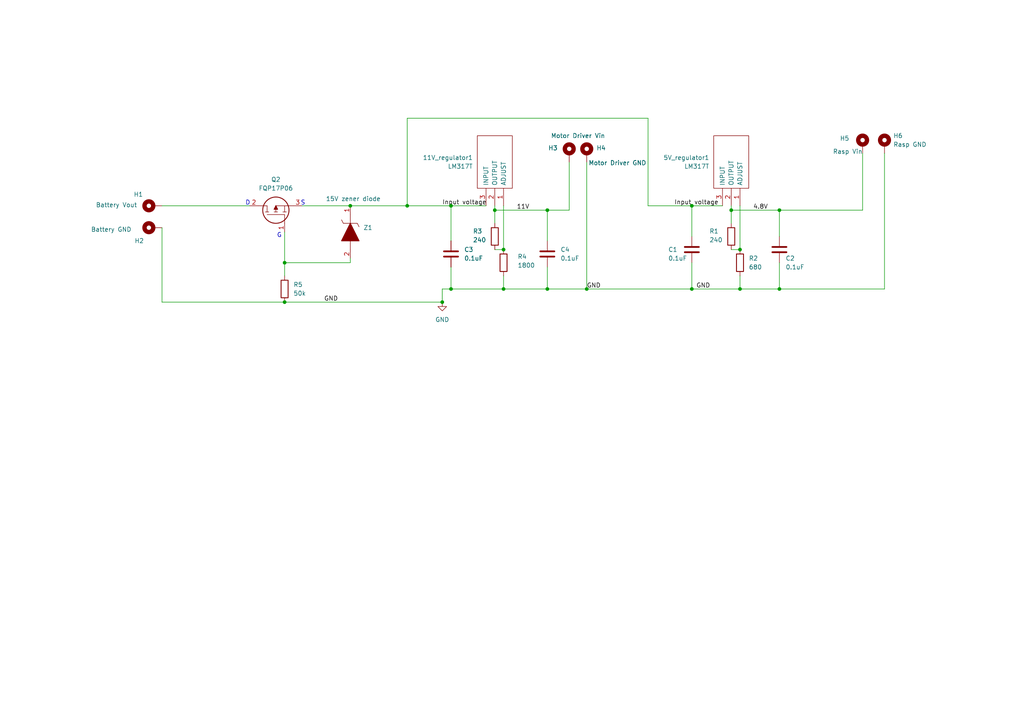
<source format=kicad_sch>
(kicad_sch
	(version 20231120)
	(generator "eeschema")
	(generator_version "8.0")
	(uuid "300afde7-90bc-449d-975c-2180851e584c")
	(paper "A4")
	(title_block
		(title "Voltage Regulator")
		(date "06/12/2024")
		(rev "2/3")
		(company "SDU ")
	)
	(lib_symbols
		(symbol "Device:C"
			(pin_numbers hide)
			(pin_names
				(offset 0.254)
			)
			(exclude_from_sim no)
			(in_bom yes)
			(on_board yes)
			(property "Reference" "C"
				(at 0.635 2.54 0)
				(effects
					(font
						(size 1.27 1.27)
					)
					(justify left)
				)
			)
			(property "Value" "C"
				(at 0.635 -2.54 0)
				(effects
					(font
						(size 1.27 1.27)
					)
					(justify left)
				)
			)
			(property "Footprint" ""
				(at 0.9652 -3.81 0)
				(effects
					(font
						(size 1.27 1.27)
					)
					(hide yes)
				)
			)
			(property "Datasheet" "~"
				(at 0 0 0)
				(effects
					(font
						(size 1.27 1.27)
					)
					(hide yes)
				)
			)
			(property "Description" "Unpolarized capacitor"
				(at 0 0 0)
				(effects
					(font
						(size 1.27 1.27)
					)
					(hide yes)
				)
			)
			(property "ki_keywords" "cap capacitor"
				(at 0 0 0)
				(effects
					(font
						(size 1.27 1.27)
					)
					(hide yes)
				)
			)
			(property "ki_fp_filters" "C_*"
				(at 0 0 0)
				(effects
					(font
						(size 1.27 1.27)
					)
					(hide yes)
				)
			)
			(symbol "C_0_1"
				(polyline
					(pts
						(xy -2.032 -0.762) (xy 2.032 -0.762)
					)
					(stroke
						(width 0.508)
						(type default)
					)
					(fill
						(type none)
					)
				)
				(polyline
					(pts
						(xy -2.032 0.762) (xy 2.032 0.762)
					)
					(stroke
						(width 0.508)
						(type default)
					)
					(fill
						(type none)
					)
				)
			)
			(symbol "C_1_1"
				(pin passive line
					(at 0 3.81 270)
					(length 2.794)
					(name "~"
						(effects
							(font
								(size 1.27 1.27)
							)
						)
					)
					(number "1"
						(effects
							(font
								(size 1.27 1.27)
							)
						)
					)
				)
				(pin passive line
					(at 0 -3.81 90)
					(length 2.794)
					(name "~"
						(effects
							(font
								(size 1.27 1.27)
							)
						)
					)
					(number "2"
						(effects
							(font
								(size 1.27 1.27)
							)
						)
					)
				)
			)
		)
		(symbol "Device:R"
			(pin_numbers hide)
			(pin_names
				(offset 0)
			)
			(exclude_from_sim no)
			(in_bom yes)
			(on_board yes)
			(property "Reference" "R"
				(at 2.032 0 90)
				(effects
					(font
						(size 1.27 1.27)
					)
				)
			)
			(property "Value" "R"
				(at 0 0 90)
				(effects
					(font
						(size 1.27 1.27)
					)
				)
			)
			(property "Footprint" ""
				(at -1.778 0 90)
				(effects
					(font
						(size 1.27 1.27)
					)
					(hide yes)
				)
			)
			(property "Datasheet" "~"
				(at 0 0 0)
				(effects
					(font
						(size 1.27 1.27)
					)
					(hide yes)
				)
			)
			(property "Description" "Resistor"
				(at 0 0 0)
				(effects
					(font
						(size 1.27 1.27)
					)
					(hide yes)
				)
			)
			(property "ki_keywords" "R res resistor"
				(at 0 0 0)
				(effects
					(font
						(size 1.27 1.27)
					)
					(hide yes)
				)
			)
			(property "ki_fp_filters" "R_*"
				(at 0 0 0)
				(effects
					(font
						(size 1.27 1.27)
					)
					(hide yes)
				)
			)
			(symbol "R_0_1"
				(rectangle
					(start -1.016 -2.54)
					(end 1.016 2.54)
					(stroke
						(width 0.254)
						(type default)
					)
					(fill
						(type none)
					)
				)
			)
			(symbol "R_1_1"
				(pin passive line
					(at 0 3.81 270)
					(length 1.27)
					(name "~"
						(effects
							(font
								(size 1.27 1.27)
							)
						)
					)
					(number "1"
						(effects
							(font
								(size 1.27 1.27)
							)
						)
					)
				)
				(pin passive line
					(at 0 -3.81 90)
					(length 1.27)
					(name "~"
						(effects
							(font
								(size 1.27 1.27)
							)
						)
					)
					(number "2"
						(effects
							(font
								(size 1.27 1.27)
							)
						)
					)
				)
			)
		)
		(symbol "Mechanical:MountingHole_Pad"
			(pin_numbers hide)
			(pin_names
				(offset 1.016) hide)
			(exclude_from_sim yes)
			(in_bom no)
			(on_board yes)
			(property "Reference" "H"
				(at 0 6.35 0)
				(effects
					(font
						(size 1.27 1.27)
					)
				)
			)
			(property "Value" "MountingHole_Pad"
				(at 0 4.445 0)
				(effects
					(font
						(size 1.27 1.27)
					)
				)
			)
			(property "Footprint" ""
				(at 0 0 0)
				(effects
					(font
						(size 1.27 1.27)
					)
					(hide yes)
				)
			)
			(property "Datasheet" "~"
				(at 0 0 0)
				(effects
					(font
						(size 1.27 1.27)
					)
					(hide yes)
				)
			)
			(property "Description" "Mounting Hole with connection"
				(at 0 0 0)
				(effects
					(font
						(size 1.27 1.27)
					)
					(hide yes)
				)
			)
			(property "ki_keywords" "mounting hole"
				(at 0 0 0)
				(effects
					(font
						(size 1.27 1.27)
					)
					(hide yes)
				)
			)
			(property "ki_fp_filters" "MountingHole*Pad*"
				(at 0 0 0)
				(effects
					(font
						(size 1.27 1.27)
					)
					(hide yes)
				)
			)
			(symbol "MountingHole_Pad_0_1"
				(circle
					(center 0 1.27)
					(radius 1.27)
					(stroke
						(width 1.27)
						(type default)
					)
					(fill
						(type none)
					)
				)
			)
			(symbol "MountingHole_Pad_1_1"
				(pin input line
					(at 0 -2.54 90)
					(length 2.54)
					(name "1"
						(effects
							(font
								(size 1.27 1.27)
							)
						)
					)
					(number "1"
						(effects
							(font
								(size 1.27 1.27)
							)
						)
					)
				)
			)
		)
		(symbol "SamacSys_Parts:BZX55C10-TAP"
			(pin_names
				(offset 0.762)
			)
			(exclude_from_sim no)
			(in_bom yes)
			(on_board yes)
			(property "Reference" "Z"
				(at 10.16 8.89 0)
				(effects
					(font
						(size 1.27 1.27)
					)
					(justify left)
				)
			)
			(property "Value" "BZX55C10-TAP"
				(at 10.16 6.35 0)
				(effects
					(font
						(size 1.27 1.27)
					)
					(justify left)
				)
			)
			(property "Footprint" "DIOAD950W60L350D150"
				(at 10.16 3.81 0)
				(effects
					(font
						(size 1.27 1.27)
					)
					(justify left)
					(hide yes)
				)
			)
			(property "Datasheet" "https://datasheet.datasheetarchive.com/originals/distributors/Datasheets-314/327402.pdf"
				(at 10.16 1.27 0)
				(effects
					(font
						(size 1.27 1.27)
					)
					(justify left)
					(hide yes)
				)
			)
			(property "Description" "Vishay, 10V Zener Diode 6% 500 mW Through Hole 2-Pin DO-35"
				(at 10.16 -1.27 0)
				(effects
					(font
						(size 1.27 1.27)
					)
					(justify left)
					(hide yes)
				)
			)
			(property "Height" ""
				(at 10.16 -3.81 0)
				(effects
					(font
						(size 1.27 1.27)
					)
					(justify left)
					(hide yes)
				)
			)
			(property "Mouser Part Number" "78-BZX55C10-TAP"
				(at 10.16 -6.35 0)
				(effects
					(font
						(size 1.27 1.27)
					)
					(justify left)
					(hide yes)
				)
			)
			(property "Mouser Price/Stock" "https://www.mouser.co.uk/ProductDetail/Vishay-Semiconductors/BZX55C10-TAP?qs=yIvl1B2wDi6bwu2PEzucEQ%3D%3D"
				(at 10.16 -8.89 0)
				(effects
					(font
						(size 1.27 1.27)
					)
					(justify left)
					(hide yes)
				)
			)
			(property "Manufacturer_Name" "Vishay"
				(at 10.16 -11.43 0)
				(effects
					(font
						(size 1.27 1.27)
					)
					(justify left)
					(hide yes)
				)
			)
			(property "Manufacturer_Part_Number" "BZX55C10-TAP"
				(at 10.16 -13.97 0)
				(effects
					(font
						(size 1.27 1.27)
					)
					(justify left)
					(hide yes)
				)
			)
			(symbol "BZX55C10-TAP_0_0"
				(pin passive line
					(at 0 0 0)
					(length 2.54)
					(name "~"
						(effects
							(font
								(size 1.27 1.27)
							)
						)
					)
					(number "1"
						(effects
							(font
								(size 1.27 1.27)
							)
						)
					)
				)
				(pin passive line
					(at 15.24 0 180)
					(length 2.54)
					(name "~"
						(effects
							(font
								(size 1.27 1.27)
							)
						)
					)
					(number "2"
						(effects
							(font
								(size 1.27 1.27)
							)
						)
					)
				)
			)
			(symbol "BZX55C10-TAP_0_1"
				(polyline
					(pts
						(xy 2.54 0) (xy 5.08 0)
					)
					(stroke
						(width 0.1524)
						(type solid)
					)
					(fill
						(type none)
					)
				)
				(polyline
					(pts
						(xy 4.064 -2.54) (xy 5.08 -2.032)
					)
					(stroke
						(width 0.1524)
						(type solid)
					)
					(fill
						(type none)
					)
				)
				(polyline
					(pts
						(xy 5.08 2.032) (xy 5.08 -2.032)
					)
					(stroke
						(width 0.1524)
						(type solid)
					)
					(fill
						(type none)
					)
				)
				(polyline
					(pts
						(xy 5.08 2.032) (xy 6.096 2.54)
					)
					(stroke
						(width 0.1524)
						(type solid)
					)
					(fill
						(type none)
					)
				)
				(polyline
					(pts
						(xy 12.7 0) (xy 10.16 0)
					)
					(stroke
						(width 0.1524)
						(type solid)
					)
					(fill
						(type none)
					)
				)
				(polyline
					(pts
						(xy 5.08 0) (xy 10.16 2.54) (xy 10.16 -2.54) (xy 5.08 0)
					)
					(stroke
						(width 0.254)
						(type solid)
					)
					(fill
						(type outline)
					)
				)
			)
		)
		(symbol "SamacSys_Parts:FQP17P06"
			(pin_names
				(offset 0.762)
			)
			(exclude_from_sim no)
			(in_bom yes)
			(on_board yes)
			(property "Reference" "Q"
				(at 11.43 3.81 0)
				(effects
					(font
						(size 1.27 1.27)
					)
					(justify left)
				)
			)
			(property "Value" "FQP17P06"
				(at 11.43 1.27 0)
				(effects
					(font
						(size 1.27 1.27)
					)
					(justify left)
				)
			)
			(property "Footprint" "TO254P470X1016X2019-3P"
				(at 11.43 -1.27 0)
				(effects
					(font
						(size 1.27 1.27)
					)
					(justify left)
					(hide yes)
				)
			)
			(property "Datasheet" "https://www.onsemi.com/pub/Collateral/FQP17P06-D.pdf"
				(at 11.43 -3.81 0)
				(effects
					(font
						(size 1.27 1.27)
					)
					(justify left)
					(hide yes)
				)
			)
			(property "Description" "FQP17P06 P-Channel MOSFET, 17 A, 60 V QFET, 3-Pin TO-220AB ON Semiconductor"
				(at 11.43 -6.35 0)
				(effects
					(font
						(size 1.27 1.27)
					)
					(justify left)
					(hide yes)
				)
			)
			(property "Height" "4.7"
				(at 11.43 -8.89 0)
				(effects
					(font
						(size 1.27 1.27)
					)
					(justify left)
					(hide yes)
				)
			)
			(property "Mouser Part Number" "512-FQP17P06"
				(at 11.43 -11.43 0)
				(effects
					(font
						(size 1.27 1.27)
					)
					(justify left)
					(hide yes)
				)
			)
			(property "Mouser Price/Stock" "https://www.mouser.co.uk/ProductDetail/ON-Semiconductor-Fairchild/FQP17P06?qs=FOlmdCx%252BAA0zYGfx%252BtdMqQ%3D%3D"
				(at 11.43 -13.97 0)
				(effects
					(font
						(size 1.27 1.27)
					)
					(justify left)
					(hide yes)
				)
			)
			(property "Manufacturer_Name" "onsemi"
				(at 11.43 -16.51 0)
				(effects
					(font
						(size 1.27 1.27)
					)
					(justify left)
					(hide yes)
				)
			)
			(property "Manufacturer_Part_Number" "FQP17P06"
				(at 11.43 -19.05 0)
				(effects
					(font
						(size 1.27 1.27)
					)
					(justify left)
					(hide yes)
				)
			)
			(symbol "FQP17P06_0_0"
				(pin passive line
					(at 0 0 0)
					(length 2.54)
					(name "~"
						(effects
							(font
								(size 1.27 1.27)
							)
						)
					)
					(number "1"
						(effects
							(font
								(size 1.27 1.27)
							)
						)
					)
				)
				(pin passive line
					(at 7.62 10.16 270)
					(length 2.54)
					(name "~"
						(effects
							(font
								(size 1.27 1.27)
							)
						)
					)
					(number "2"
						(effects
							(font
								(size 1.27 1.27)
							)
						)
					)
				)
				(pin passive line
					(at 7.62 -5.08 90)
					(length 2.54)
					(name "~"
						(effects
							(font
								(size 1.27 1.27)
							)
						)
					)
					(number "3"
						(effects
							(font
								(size 1.27 1.27)
							)
						)
					)
				)
			)
			(symbol "FQP17P06_0_1"
				(polyline
					(pts
						(xy 5.842 -0.508) (xy 5.842 0.508)
					)
					(stroke
						(width 0.1524)
						(type solid)
					)
					(fill
						(type none)
					)
				)
				(polyline
					(pts
						(xy 5.842 0) (xy 7.62 0)
					)
					(stroke
						(width 0.1524)
						(type solid)
					)
					(fill
						(type none)
					)
				)
				(polyline
					(pts
						(xy 5.842 2.032) (xy 5.842 3.048)
					)
					(stroke
						(width 0.1524)
						(type solid)
					)
					(fill
						(type none)
					)
				)
				(polyline
					(pts
						(xy 5.842 5.588) (xy 5.842 4.572)
					)
					(stroke
						(width 0.1524)
						(type solid)
					)
					(fill
						(type none)
					)
				)
				(polyline
					(pts
						(xy 7.62 2.54) (xy 5.842 2.54)
					)
					(stroke
						(width 0.1524)
						(type solid)
					)
					(fill
						(type none)
					)
				)
				(polyline
					(pts
						(xy 7.62 2.54) (xy 7.62 -2.54)
					)
					(stroke
						(width 0.1524)
						(type solid)
					)
					(fill
						(type none)
					)
				)
				(polyline
					(pts
						(xy 7.62 5.08) (xy 5.842 5.08)
					)
					(stroke
						(width 0.1524)
						(type solid)
					)
					(fill
						(type none)
					)
				)
				(polyline
					(pts
						(xy 7.62 5.08) (xy 7.62 7.62)
					)
					(stroke
						(width 0.1524)
						(type solid)
					)
					(fill
						(type none)
					)
				)
				(polyline
					(pts
						(xy 2.54 0) (xy 5.08 0) (xy 5.08 5.08)
					)
					(stroke
						(width 0.1524)
						(type solid)
					)
					(fill
						(type none)
					)
				)
				(polyline
					(pts
						(xy 7.62 2.54) (xy 6.604 3.048) (xy 6.604 2.032) (xy 7.62 2.54)
					)
					(stroke
						(width 0.254)
						(type solid)
					)
					(fill
						(type outline)
					)
				)
				(circle
					(center 6.35 2.54)
					(radius 3.81)
					(stroke
						(width 0.254)
						(type solid)
					)
					(fill
						(type none)
					)
				)
			)
		)
		(symbol "SamacSys_Parts:LM317T"
			(pin_names
				(offset 0.762)
			)
			(exclude_from_sim no)
			(in_bom yes)
			(on_board yes)
			(property "Reference" "IC"
				(at 21.59 7.62 0)
				(effects
					(font
						(size 1.27 1.27)
					)
					(justify left)
				)
			)
			(property "Value" "LM317T"
				(at 21.59 5.08 0)
				(effects
					(font
						(size 1.27 1.27)
					)
					(justify left)
				)
			)
			(property "Footprint" "TO255P460X1020X2008-3P"
				(at 21.59 2.54 0)
				(effects
					(font
						(size 1.27 1.27)
					)
					(justify left)
					(hide yes)
				)
			)
			(property "Datasheet" "http://www.st.com/web/en/resource/technical/document/datasheet/CD00000455.pdf"
				(at 21.59 0 0)
				(effects
					(font
						(size 1.27 1.27)
					)
					(justify left)
					(hide yes)
				)
			)
			(property "Description" "Standard Regulator 1.2V to 37V 1.5A STMicroelectronics LM317T, Single Linear Voltage Regulator, 1.5A Adjustable 1.2  37 V, 3-Pin TO-220"
				(at 21.59 -2.54 0)
				(effects
					(font
						(size 1.27 1.27)
					)
					(justify left)
					(hide yes)
				)
			)
			(property "Height" "4.6"
				(at 21.59 -5.08 0)
				(effects
					(font
						(size 1.27 1.27)
					)
					(justify left)
					(hide yes)
				)
			)
			(property "Mouser Part Number" "511-LM317T"
				(at 21.59 -7.62 0)
				(effects
					(font
						(size 1.27 1.27)
					)
					(justify left)
					(hide yes)
				)
			)
			(property "Mouser Price/Stock" "https://www.mouser.co.uk/ProductDetail/STMicroelectronics/LM317T?qs=swDD%252BF%252Bps7c8uLyY%252B3mJJw%3D%3D"
				(at 21.59 -10.16 0)
				(effects
					(font
						(size 1.27 1.27)
					)
					(justify left)
					(hide yes)
				)
			)
			(property "Manufacturer_Name" "STMicroelectronics"
				(at 21.59 -12.7 0)
				(effects
					(font
						(size 1.27 1.27)
					)
					(justify left)
					(hide yes)
				)
			)
			(property "Manufacturer_Part_Number" "LM317T"
				(at 21.59 -15.24 0)
				(effects
					(font
						(size 1.27 1.27)
					)
					(justify left)
					(hide yes)
				)
			)
			(symbol "LM317T_0_0"
				(pin passive line
					(at 0 0 0)
					(length 5.08)
					(name "ADJUST"
						(effects
							(font
								(size 1.27 1.27)
							)
						)
					)
					(number "1"
						(effects
							(font
								(size 1.27 1.27)
							)
						)
					)
				)
				(pin passive line
					(at 0 -2.54 0)
					(length 5.08)
					(name "OUTPUT"
						(effects
							(font
								(size 1.27 1.27)
							)
						)
					)
					(number "2"
						(effects
							(font
								(size 1.27 1.27)
							)
						)
					)
				)
				(pin passive line
					(at 0 -5.08 0)
					(length 5.08)
					(name "INPUT"
						(effects
							(font
								(size 1.27 1.27)
							)
						)
					)
					(number "3"
						(effects
							(font
								(size 1.27 1.27)
							)
						)
					)
				)
			)
			(symbol "LM317T_0_1"
				(polyline
					(pts
						(xy 5.08 2.54) (xy 20.32 2.54) (xy 20.32 -7.62) (xy 5.08 -7.62) (xy 5.08 2.54)
					)
					(stroke
						(width 0.1524)
						(type solid)
					)
					(fill
						(type none)
					)
				)
			)
		)
		(symbol "power:GND"
			(power)
			(pin_numbers hide)
			(pin_names
				(offset 0) hide)
			(exclude_from_sim no)
			(in_bom yes)
			(on_board yes)
			(property "Reference" "#PWR"
				(at 0 -6.35 0)
				(effects
					(font
						(size 1.27 1.27)
					)
					(hide yes)
				)
			)
			(property "Value" "GND"
				(at 0 -3.81 0)
				(effects
					(font
						(size 1.27 1.27)
					)
				)
			)
			(property "Footprint" ""
				(at 0 0 0)
				(effects
					(font
						(size 1.27 1.27)
					)
					(hide yes)
				)
			)
			(property "Datasheet" ""
				(at 0 0 0)
				(effects
					(font
						(size 1.27 1.27)
					)
					(hide yes)
				)
			)
			(property "Description" "Power symbol creates a global label with name \"GND\" , ground"
				(at 0 0 0)
				(effects
					(font
						(size 1.27 1.27)
					)
					(hide yes)
				)
			)
			(property "ki_keywords" "global power"
				(at 0 0 0)
				(effects
					(font
						(size 1.27 1.27)
					)
					(hide yes)
				)
			)
			(symbol "GND_0_1"
				(polyline
					(pts
						(xy 0 0) (xy 0 -1.27) (xy 1.27 -1.27) (xy 0 -2.54) (xy -1.27 -1.27) (xy 0 -1.27)
					)
					(stroke
						(width 0)
						(type default)
					)
					(fill
						(type none)
					)
				)
			)
			(symbol "GND_1_1"
				(pin power_in line
					(at 0 0 270)
					(length 0)
					(name "~"
						(effects
							(font
								(size 1.27 1.27)
							)
						)
					)
					(number "1"
						(effects
							(font
								(size 1.27 1.27)
							)
						)
					)
				)
			)
		)
	)
	(junction
		(at 101.6 59.69)
		(diameter 0)
		(color 0 0 0 0)
		(uuid "08d7f8c1-0244-4f5e-89b3-42d5373a514b")
	)
	(junction
		(at 82.55 87.63)
		(diameter 0)
		(color 0 0 0 0)
		(uuid "2094087e-5837-4de1-be9c-4fffa5f3c47c")
	)
	(junction
		(at 170.18 83.82)
		(diameter 0)
		(color 0 0 0 0)
		(uuid "29512b04-c852-4886-9219-b352c75b42b9")
	)
	(junction
		(at 130.81 59.69)
		(diameter 0)
		(color 0 0 0 0)
		(uuid "2c5f1852-dcd4-48dc-95f8-d70c8a731f82")
	)
	(junction
		(at 212.09 60.96)
		(diameter 0)
		(color 0 0 0 0)
		(uuid "4d10eb45-129e-4608-a645-191b3db7ad0a")
	)
	(junction
		(at 82.55 76.2)
		(diameter 0)
		(color 0 0 0 0)
		(uuid "51d0f0b4-8030-4369-9f72-9f86d1d8beef")
	)
	(junction
		(at 226.06 83.82)
		(diameter 0)
		(color 0 0 0 0)
		(uuid "567ab5a9-c4e5-4510-baa8-6aa170e4acda")
	)
	(junction
		(at 146.05 72.39)
		(diameter 0)
		(color 0 0 0 0)
		(uuid "68bcbf7a-a96d-4fbc-ad89-d4cdac9ba29e")
	)
	(junction
		(at 214.63 72.39)
		(diameter 0)
		(color 0 0 0 0)
		(uuid "6ff692b5-6a80-40e8-9b58-f35db277b437")
	)
	(junction
		(at 128.27 87.63)
		(diameter 0)
		(color 0 0 0 0)
		(uuid "72f6b515-2840-4d1f-806f-7ca3d79e4e58")
	)
	(junction
		(at 130.81 83.82)
		(diameter 0)
		(color 0 0 0 0)
		(uuid "7300b4ac-30a9-44d7-9244-903d664ef608")
	)
	(junction
		(at 214.63 83.82)
		(diameter 0)
		(color 0 0 0 0)
		(uuid "88c972a0-eab0-4c13-a4dd-380ba654417e")
	)
	(junction
		(at 200.66 59.69)
		(diameter 0)
		(color 0 0 0 0)
		(uuid "8b1f5079-7068-4910-b58c-1233cd62b9cf")
	)
	(junction
		(at 226.06 60.96)
		(diameter 0)
		(color 0 0 0 0)
		(uuid "9e1c2d96-188f-435f-b17c-dd65eb8e6ef0")
	)
	(junction
		(at 146.05 83.82)
		(diameter 0)
		(color 0 0 0 0)
		(uuid "b4081d54-5569-4ef5-93bf-27427a3aa955")
	)
	(junction
		(at 200.66 83.82)
		(diameter 0)
		(color 0 0 0 0)
		(uuid "c1a61201-61f1-47a5-af34-b26e6451e654")
	)
	(junction
		(at 118.11 59.69)
		(diameter 0)
		(color 0 0 0 0)
		(uuid "c9393df7-179b-4162-952e-76ecdb77ac00")
	)
	(junction
		(at 158.75 60.96)
		(diameter 0)
		(color 0 0 0 0)
		(uuid "d9470087-f16e-449a-ab40-0fa5128484d5")
	)
	(junction
		(at 158.75 83.82)
		(diameter 0)
		(color 0 0 0 0)
		(uuid "dafe927a-492a-4229-b32d-d80b058f9aec")
	)
	(junction
		(at 143.51 60.96)
		(diameter 0)
		(color 0 0 0 0)
		(uuid "fbaca7f7-5122-4b2f-8a75-f0b960aa2789")
	)
	(wire
		(pts
			(xy 214.63 80.01) (xy 214.63 83.82)
		)
		(stroke
			(width 0)
			(type default)
		)
		(uuid "02399ce3-f12c-4b85-9a0d-3f3b027ef0c0")
	)
	(wire
		(pts
			(xy 143.51 60.96) (xy 143.51 64.77)
		)
		(stroke
			(width 0)
			(type default)
		)
		(uuid "0976fc82-6361-402a-9be3-48fb01aff2bc")
	)
	(wire
		(pts
			(xy 46.99 87.63) (xy 46.99 66.04)
		)
		(stroke
			(width 0)
			(type default)
		)
		(uuid "1194cf6b-b600-4ee4-a2e7-3d518b7a5c48")
	)
	(wire
		(pts
			(xy 146.05 59.69) (xy 146.05 72.39)
		)
		(stroke
			(width 0)
			(type default)
		)
		(uuid "196f83bc-de49-4cab-a489-96d18815eef4")
	)
	(wire
		(pts
			(xy 101.6 59.69) (xy 118.11 59.69)
		)
		(stroke
			(width 0)
			(type default)
		)
		(uuid "1abffb31-c69f-4874-b6c4-90c1cc838396")
	)
	(wire
		(pts
			(xy 158.75 83.82) (xy 158.75 77.47)
		)
		(stroke
			(width 0)
			(type default)
		)
		(uuid "1ac61f2e-5142-44eb-93e5-10f81e74da5a")
	)
	(wire
		(pts
			(xy 130.81 59.69) (xy 130.81 69.85)
		)
		(stroke
			(width 0)
			(type default)
		)
		(uuid "1c3a2fb7-8346-410e-a27e-5e8cd9610e46")
	)
	(wire
		(pts
			(xy 82.55 76.2) (xy 82.55 80.01)
		)
		(stroke
			(width 0)
			(type default)
		)
		(uuid "20e0d58a-a855-40c2-b756-6808de5c4aa8")
	)
	(wire
		(pts
			(xy 118.11 34.29) (xy 118.11 59.69)
		)
		(stroke
			(width 0)
			(type default)
		)
		(uuid "28890cdc-4133-4d0d-9437-75fb706dbaa2")
	)
	(wire
		(pts
			(xy 200.66 59.69) (xy 209.55 59.69)
		)
		(stroke
			(width 0)
			(type default)
		)
		(uuid "303689b9-d2d1-4014-9a25-f8febfad3ac7")
	)
	(wire
		(pts
			(xy 101.6 76.2) (xy 101.6 74.93)
		)
		(stroke
			(width 0)
			(type default)
		)
		(uuid "3c2e4889-b47f-439b-8859-4b106705f60e")
	)
	(wire
		(pts
			(xy 226.06 76.2) (xy 226.06 83.82)
		)
		(stroke
			(width 0)
			(type default)
		)
		(uuid "43da9dd1-59c4-4d16-bb5b-2c64c9140201")
	)
	(wire
		(pts
			(xy 200.66 76.2) (xy 200.66 83.82)
		)
		(stroke
			(width 0)
			(type default)
		)
		(uuid "4e69d4fa-dee4-488b-bbfa-39bee0e0e6d9")
	)
	(wire
		(pts
			(xy 187.96 34.29) (xy 187.96 59.69)
		)
		(stroke
			(width 0)
			(type default)
		)
		(uuid "5289aa09-a6d9-45b4-995f-97230ec930e1")
	)
	(wire
		(pts
			(xy 226.06 83.82) (xy 256.54 83.82)
		)
		(stroke
			(width 0)
			(type default)
		)
		(uuid "621c7310-4ae4-4697-bf45-1e89627d0f87")
	)
	(wire
		(pts
			(xy 170.18 83.82) (xy 200.66 83.82)
		)
		(stroke
			(width 0)
			(type default)
		)
		(uuid "63b0f070-3671-42ba-8ca2-ff53b8d3fd03")
	)
	(wire
		(pts
			(xy 130.81 77.47) (xy 130.81 83.82)
		)
		(stroke
			(width 0)
			(type default)
		)
		(uuid "67ebee6f-0653-4e77-9783-857d2ca40e48")
	)
	(wire
		(pts
			(xy 143.51 72.39) (xy 146.05 72.39)
		)
		(stroke
			(width 0)
			(type default)
		)
		(uuid "72aca6e0-9119-4417-aef6-1d0f4dcafde2")
	)
	(wire
		(pts
			(xy 82.55 76.2) (xy 101.6 76.2)
		)
		(stroke
			(width 0)
			(type default)
		)
		(uuid "7381c5e4-046f-4112-aae5-1ea047bab8eb")
	)
	(wire
		(pts
			(xy 87.63 59.69) (xy 101.6 59.69)
		)
		(stroke
			(width 0)
			(type default)
		)
		(uuid "7523910f-a783-4bea-92d2-70f5b4be448d")
	)
	(wire
		(pts
			(xy 143.51 59.69) (xy 143.51 60.96)
		)
		(stroke
			(width 0)
			(type default)
		)
		(uuid "7c49e7a1-58e4-4077-aeba-f186322849cb")
	)
	(wire
		(pts
			(xy 146.05 80.01) (xy 146.05 83.82)
		)
		(stroke
			(width 0)
			(type default)
		)
		(uuid "81d3b742-7715-41ba-be62-a8f920e56edb")
	)
	(wire
		(pts
			(xy 187.96 59.69) (xy 200.66 59.69)
		)
		(stroke
			(width 0)
			(type default)
		)
		(uuid "85681885-1072-4580-bdac-07f84178f958")
	)
	(wire
		(pts
			(xy 46.99 87.63) (xy 82.55 87.63)
		)
		(stroke
			(width 0)
			(type default)
		)
		(uuid "8970960d-a690-4820-9c33-10819fb927eb")
	)
	(wire
		(pts
			(xy 82.55 67.31) (xy 82.55 76.2)
		)
		(stroke
			(width 0)
			(type default)
		)
		(uuid "8a9a6303-49e4-480a-b455-071a829d37cd")
	)
	(wire
		(pts
			(xy 170.18 46.99) (xy 170.18 83.82)
		)
		(stroke
			(width 0)
			(type default)
		)
		(uuid "8bc594ee-b9c1-4d4a-b587-a239d732fdf4")
	)
	(wire
		(pts
			(xy 46.99 59.69) (xy 72.39 59.69)
		)
		(stroke
			(width 0)
			(type default)
		)
		(uuid "8c971506-8986-49d4-ab4b-14937ac4627b")
	)
	(wire
		(pts
			(xy 118.11 34.29) (xy 187.96 34.29)
		)
		(stroke
			(width 0)
			(type default)
		)
		(uuid "9c1c99bf-cd53-46e5-b74a-38a9cfcf6c2e")
	)
	(wire
		(pts
			(xy 118.11 59.69) (xy 130.81 59.69)
		)
		(stroke
			(width 0)
			(type default)
		)
		(uuid "a5bafce2-208e-45a9-aa04-0acdc5991c51")
	)
	(wire
		(pts
			(xy 212.09 59.69) (xy 212.09 60.96)
		)
		(stroke
			(width 0)
			(type default)
		)
		(uuid "a75f4d6c-4a63-45c9-aee4-06fe354eff5c")
	)
	(wire
		(pts
			(xy 250.19 44.45) (xy 250.19 60.96)
		)
		(stroke
			(width 0)
			(type default)
		)
		(uuid "ac34ad5c-d09a-4259-bf81-5eeb2acae46b")
	)
	(wire
		(pts
			(xy 165.1 60.96) (xy 165.1 46.99)
		)
		(stroke
			(width 0)
			(type default)
		)
		(uuid "bbcc5be8-0e36-40e6-86e6-f066612a7ce7")
	)
	(wire
		(pts
			(xy 140.97 59.69) (xy 130.81 59.69)
		)
		(stroke
			(width 0)
			(type default)
		)
		(uuid "c108626b-974e-48f6-b5f5-be88925a5576")
	)
	(wire
		(pts
			(xy 128.27 83.82) (xy 130.81 83.82)
		)
		(stroke
			(width 0)
			(type default)
		)
		(uuid "c11ac2f0-61c9-4371-a0c7-b344ab476f93")
	)
	(wire
		(pts
			(xy 158.75 69.85) (xy 158.75 60.96)
		)
		(stroke
			(width 0)
			(type default)
		)
		(uuid "c3ee41a2-cc62-417a-ab1a-1fa5ab8d03dd")
	)
	(wire
		(pts
			(xy 226.06 60.96) (xy 226.06 68.58)
		)
		(stroke
			(width 0)
			(type default)
		)
		(uuid "c5de2c1f-88ed-49e6-83ba-13ed30f275a0")
	)
	(wire
		(pts
			(xy 158.75 60.96) (xy 143.51 60.96)
		)
		(stroke
			(width 0)
			(type default)
		)
		(uuid "c8ba88bb-f789-4083-8402-0fecfc856831")
	)
	(wire
		(pts
			(xy 82.55 87.63) (xy 128.27 87.63)
		)
		(stroke
			(width 0)
			(type default)
		)
		(uuid "c969a1fa-75cd-421f-98d1-4a5c51b0252b")
	)
	(wire
		(pts
			(xy 128.27 87.63) (xy 128.27 83.82)
		)
		(stroke
			(width 0)
			(type default)
		)
		(uuid "c97547a1-fb28-40c8-8160-0177b9d7c41f")
	)
	(wire
		(pts
			(xy 146.05 83.82) (xy 158.75 83.82)
		)
		(stroke
			(width 0)
			(type default)
		)
		(uuid "cb37674d-2a19-4aa5-98ee-5ef86fad7840")
	)
	(wire
		(pts
			(xy 200.66 59.69) (xy 200.66 68.58)
		)
		(stroke
			(width 0)
			(type default)
		)
		(uuid "d4420765-899c-4390-979a-4cafcca5d8c8")
	)
	(wire
		(pts
			(xy 214.63 59.69) (xy 214.63 72.39)
		)
		(stroke
			(width 0)
			(type default)
		)
		(uuid "de1d415e-26b8-4253-a588-4f8613c2707c")
	)
	(wire
		(pts
			(xy 130.81 83.82) (xy 146.05 83.82)
		)
		(stroke
			(width 0)
			(type default)
		)
		(uuid "e06d0733-946e-4c75-9c7e-ec5826623a2c")
	)
	(wire
		(pts
			(xy 212.09 60.96) (xy 212.09 64.77)
		)
		(stroke
			(width 0)
			(type default)
		)
		(uuid "e1fe68a3-5e6e-4db4-b113-0ffe91887ad5")
	)
	(wire
		(pts
			(xy 212.09 60.96) (xy 226.06 60.96)
		)
		(stroke
			(width 0)
			(type default)
		)
		(uuid "e2a78b18-b529-47b4-ab42-0da6fadc0e37")
	)
	(wire
		(pts
			(xy 214.63 83.82) (xy 226.06 83.82)
		)
		(stroke
			(width 0)
			(type default)
		)
		(uuid "e3efe3e2-c49b-4410-b688-6bc7fc39856e")
	)
	(wire
		(pts
			(xy 256.54 83.82) (xy 256.54 44.45)
		)
		(stroke
			(width 0)
			(type default)
		)
		(uuid "ef798590-10dc-4717-85ed-6eae8e6616a2")
	)
	(wire
		(pts
			(xy 226.06 60.96) (xy 250.19 60.96)
		)
		(stroke
			(width 0)
			(type default)
		)
		(uuid "f504b006-550f-48a3-8992-4392ca667b55")
	)
	(wire
		(pts
			(xy 200.66 83.82) (xy 214.63 83.82)
		)
		(stroke
			(width 0)
			(type default)
		)
		(uuid "f8ae38a7-9b70-49d3-88ca-1780d94abfdf")
	)
	(wire
		(pts
			(xy 212.09 72.39) (xy 214.63 72.39)
		)
		(stroke
			(width 0)
			(type default)
		)
		(uuid "fb384066-2c1d-4973-b234-695efff4ad52")
	)
	(wire
		(pts
			(xy 158.75 60.96) (xy 165.1 60.96)
		)
		(stroke
			(width 0)
			(type default)
		)
		(uuid "fc6dac45-2299-497c-a78c-71e8d33d6dba")
	)
	(wire
		(pts
			(xy 158.75 83.82) (xy 170.18 83.82)
		)
		(stroke
			(width 0)
			(type default)
		)
		(uuid "fce37950-3785-4da7-9a87-d89f334a6c42")
	)
	(text "S\n"
		(exclude_from_sim no)
		(at 87.884 58.928 0)
		(effects
			(font
				(size 1.27 1.27)
			)
		)
		(uuid "99604f27-a699-41d0-be64-7c92946ec06f")
	)
	(text "D\n"
		(exclude_from_sim no)
		(at 71.882 58.928 0)
		(effects
			(font
				(size 1.27 1.27)
			)
		)
		(uuid "c375cbf4-dd4a-4656-b4d4-46a36aa0516d")
	)
	(text "G\n"
		(exclude_from_sim no)
		(at 81.026 68.326 0)
		(effects
			(font
				(size 1.27 1.27)
			)
		)
		(uuid "edfee0be-e3c5-4517-94cf-11a6db35f8e7")
	)
	(label "4.8V"
		(at 218.44 60.96 0)
		(fields_autoplaced yes)
		(effects
			(font
				(size 1.27 1.27)
			)
			(justify left bottom)
		)
		(uuid "2f917107-d5b1-46d0-8a98-3eaf2c56484f")
	)
	(label "Input voltage"
		(at 128.27 59.69 0)
		(fields_autoplaced yes)
		(effects
			(font
				(size 1.27 1.27)
			)
			(justify left bottom)
		)
		(uuid "5592353b-33b5-4827-98d1-0d88fa6618cd")
	)
	(label "11V"
		(at 149.86 60.96 0)
		(fields_autoplaced yes)
		(effects
			(font
				(size 1.27 1.27)
			)
			(justify left bottom)
		)
		(uuid "867dfd64-b72c-479f-86a1-d59ee61f148e")
	)
	(label "GND"
		(at 201.93 83.82 0)
		(fields_autoplaced yes)
		(effects
			(font
				(size 1.27 1.27)
			)
			(justify left bottom)
		)
		(uuid "a70a9825-a66b-480e-881e-b1de29d7ad1e")
	)
	(label "GND"
		(at 170.18 83.82 0)
		(fields_autoplaced yes)
		(effects
			(font
				(size 1.27 1.27)
			)
			(justify left bottom)
		)
		(uuid "c70db24d-78ec-4e32-a870-2a3fde157115")
	)
	(label "GND"
		(at 93.98 87.63 0)
		(fields_autoplaced yes)
		(effects
			(font
				(size 1.27 1.27)
			)
			(justify left bottom)
		)
		(uuid "dabe83fd-db9e-4631-93a2-71f01e19066d")
	)
	(label "Input voltage"
		(at 195.58 59.69 0)
		(fields_autoplaced yes)
		(effects
			(font
				(size 1.27 1.27)
			)
			(justify left bottom)
		)
		(uuid "fd2d32ef-4a5e-4e9e-9b8b-a71abd011e04")
	)
	(symbol
		(lib_id "Mechanical:MountingHole_Pad")
		(at 256.54 41.91 0)
		(unit 1)
		(exclude_from_sim yes)
		(in_bom no)
		(on_board yes)
		(dnp no)
		(fields_autoplaced yes)
		(uuid "0f86aff1-82c2-4beb-9883-7f1c78e7bf4e")
		(property "Reference" "H6"
			(at 259.08 39.3699 0)
			(effects
				(font
					(size 1.27 1.27)
				)
				(justify left)
			)
		)
		(property "Value" "Rasp GND"
			(at 259.08 41.9099 0)
			(effects
				(font
					(size 1.27 1.27)
				)
				(justify left)
			)
		)
		(property "Footprint" "Connector_Wire:SolderWire-0.1sqmm_1x01_D0.4mm_OD1mm"
			(at 256.54 41.91 0)
			(effects
				(font
					(size 1.27 1.27)
				)
				(hide yes)
			)
		)
		(property "Datasheet" "~"
			(at 256.54 41.91 0)
			(effects
				(font
					(size 1.27 1.27)
				)
				(hide yes)
			)
		)
		(property "Description" "Mounting Hole with connection"
			(at 256.54 41.91 0)
			(effects
				(font
					(size 1.27 1.27)
				)
				(hide yes)
			)
		)
		(pin "1"
			(uuid "52d86cac-dd2b-4a7e-9730-9fdd0aca3b18")
		)
		(instances
			(project "SPRO Dashboard"
				(path "/300afde7-90bc-449d-975c-2180851e584c"
					(reference "H6")
					(unit 1)
				)
			)
		)
	)
	(symbol
		(lib_id "Device:R")
		(at 214.63 76.2 0)
		(unit 1)
		(exclude_from_sim no)
		(in_bom yes)
		(on_board yes)
		(dnp no)
		(fields_autoplaced yes)
		(uuid "1272b981-1964-4fc1-bd01-2c57e3e2120f")
		(property "Reference" "R2"
			(at 217.17 74.9299 0)
			(effects
				(font
					(size 1.27 1.27)
				)
				(justify left)
			)
		)
		(property "Value" "680"
			(at 217.17 77.4699 0)
			(effects
				(font
					(size 1.27 1.27)
				)
				(justify left)
			)
		)
		(property "Footprint" "Resistor_THT:R_Axial_DIN0309_L9.0mm_D3.2mm_P12.70mm_Horizontal"
			(at 212.852 76.2 90)
			(effects
				(font
					(size 1.27 1.27)
				)
				(hide yes)
			)
		)
		(property "Datasheet" "~"
			(at 214.63 76.2 0)
			(effects
				(font
					(size 1.27 1.27)
				)
				(hide yes)
			)
		)
		(property "Description" "Resistor"
			(at 214.63 76.2 0)
			(effects
				(font
					(size 1.27 1.27)
				)
				(hide yes)
			)
		)
		(pin "2"
			(uuid "328d1f8f-77f9-4bfe-8138-57958dd368fd")
		)
		(pin "1"
			(uuid "bb3da92c-43f4-4494-8afc-88e4fdebb6ff")
		)
		(instances
			(project "SPRO Dashboard"
				(path "/300afde7-90bc-449d-975c-2180851e584c"
					(reference "R2")
					(unit 1)
				)
			)
		)
	)
	(symbol
		(lib_id "Device:C")
		(at 158.75 73.66 0)
		(unit 1)
		(exclude_from_sim no)
		(in_bom yes)
		(on_board yes)
		(dnp no)
		(fields_autoplaced yes)
		(uuid "1a428aee-f849-4d72-8bd3-ee4a0e55ea43")
		(property "Reference" "C4"
			(at 162.56 72.3899 0)
			(effects
				(font
					(size 1.27 1.27)
				)
				(justify left)
			)
		)
		(property "Value" "0.1uF"
			(at 162.56 74.9299 0)
			(effects
				(font
					(size 1.27 1.27)
				)
				(justify left)
			)
		)
		(property "Footprint" "Capacitor_THT:C_Axial_L5.1mm_D3.1mm_P7.50mm_Horizontal"
			(at 159.7152 77.47 0)
			(effects
				(font
					(size 1.27 1.27)
				)
				(hide yes)
			)
		)
		(property "Datasheet" "~"
			(at 158.75 73.66 0)
			(effects
				(font
					(size 1.27 1.27)
				)
				(hide yes)
			)
		)
		(property "Description" "Unpolarized capacitor"
			(at 158.75 73.66 0)
			(effects
				(font
					(size 1.27 1.27)
				)
				(hide yes)
			)
		)
		(pin "1"
			(uuid "77a7a0c5-8b01-4384-babe-ea12049e5c37")
		)
		(pin "2"
			(uuid "88a65f2b-9893-46c7-b166-f7a4492088c8")
		)
		(instances
			(project "SPRO Dashboard"
				(path "/300afde7-90bc-449d-975c-2180851e584c"
					(reference "C4")
					(unit 1)
				)
			)
		)
	)
	(symbol
		(lib_id "Device:R")
		(at 143.51 68.58 0)
		(unit 1)
		(exclude_from_sim no)
		(in_bom yes)
		(on_board yes)
		(dnp no)
		(uuid "20ff4224-7a1f-4f90-936c-daee485273ea")
		(property "Reference" "R3"
			(at 137.16 67.056 0)
			(effects
				(font
					(size 1.27 1.27)
				)
				(justify left)
			)
		)
		(property "Value" "240"
			(at 137.16 69.596 0)
			(effects
				(font
					(size 1.27 1.27)
				)
				(justify left)
			)
		)
		(property "Footprint" "Resistor_THT:R_Axial_DIN0309_L9.0mm_D3.2mm_P12.70mm_Horizontal"
			(at 141.732 68.58 90)
			(effects
				(font
					(size 1.27 1.27)
				)
				(hide yes)
			)
		)
		(property "Datasheet" "~"
			(at 143.51 68.58 0)
			(effects
				(font
					(size 1.27 1.27)
				)
				(hide yes)
			)
		)
		(property "Description" "Resistor"
			(at 143.51 68.58 0)
			(effects
				(font
					(size 1.27 1.27)
				)
				(hide yes)
			)
		)
		(pin "2"
			(uuid "13e25846-8619-47e0-868b-4c3a4c0f411a")
		)
		(pin "1"
			(uuid "5e2fa7ae-b957-4dfb-8297-55dde92aa88b")
		)
		(instances
			(project "SPRO Dashboard"
				(path "/300afde7-90bc-449d-975c-2180851e584c"
					(reference "R3")
					(unit 1)
				)
			)
		)
	)
	(symbol
		(lib_id "power:GND")
		(at 128.27 87.63 0)
		(unit 1)
		(exclude_from_sim no)
		(in_bom yes)
		(on_board yes)
		(dnp no)
		(fields_autoplaced yes)
		(uuid "348ded9e-adcb-4715-bb27-dd1f95d2dc6b")
		(property "Reference" "#PWR01"
			(at 128.27 93.98 0)
			(effects
				(font
					(size 1.27 1.27)
				)
				(hide yes)
			)
		)
		(property "Value" "GND"
			(at 128.27 92.71 0)
			(effects
				(font
					(size 1.27 1.27)
				)
			)
		)
		(property "Footprint" ""
			(at 128.27 87.63 0)
			(effects
				(font
					(size 1.27 1.27)
				)
				(hide yes)
			)
		)
		(property "Datasheet" ""
			(at 128.27 87.63 0)
			(effects
				(font
					(size 1.27 1.27)
				)
				(hide yes)
			)
		)
		(property "Description" "Power symbol creates a global label with name \"GND\" , ground"
			(at 128.27 87.63 0)
			(effects
				(font
					(size 1.27 1.27)
				)
				(hide yes)
			)
		)
		(pin "1"
			(uuid "7b07fdad-0169-4875-8612-4dcc4b7e1b0a")
		)
		(instances
			(project "SPRO Dashboard"
				(path "/300afde7-90bc-449d-975c-2180851e584c"
					(reference "#PWR01")
					(unit 1)
				)
			)
		)
	)
	(symbol
		(lib_id "SamacSys_Parts:LM317T")
		(at 146.05 59.69 270)
		(mirror x)
		(unit 1)
		(exclude_from_sim no)
		(in_bom yes)
		(on_board yes)
		(dnp no)
		(uuid "3a7bc8c6-dd6d-49fe-95a2-74e2023645a3")
		(property "Reference" "11V_regulator1"
			(at 137.16 45.7199 90)
			(effects
				(font
					(size 1.27 1.27)
				)
				(justify right)
			)
		)
		(property "Value" "LM317T"
			(at 137.16 48.2599 90)
			(effects
				(font
					(size 1.27 1.27)
				)
				(justify right)
			)
		)
		(property "Footprint" "random components:TO255P460X1020X2008-3P"
			(at 148.59 38.1 0)
			(effects
				(font
					(size 1.27 1.27)
				)
				(justify left)
				(hide yes)
			)
		)
		(property "Datasheet" "http://www.st.com/web/en/resource/technical/document/datasheet/CD00000455.pdf"
			(at 146.05 38.1 0)
			(effects
				(font
					(size 1.27 1.27)
				)
				(justify left)
				(hide yes)
			)
		)
		(property "Description" "Standard Regulator 1.2V to 37V 1.5A STMicroelectronics LM317T, Single Linear Voltage Regulator, 1.5A Adjustable 1.2  37 V, 3-Pin TO-220"
			(at 143.51 38.1 0)
			(effects
				(font
					(size 1.27 1.27)
				)
				(justify left)
				(hide yes)
			)
		)
		(property "Height" "4.6"
			(at 140.97 38.1 0)
			(effects
				(font
					(size 1.27 1.27)
				)
				(justify left)
				(hide yes)
			)
		)
		(property "Mouser Part Number" "511-LM317T"
			(at 138.43 38.1 0)
			(effects
				(font
					(size 1.27 1.27)
				)
				(justify left)
				(hide yes)
			)
		)
		(property "Mouser Price/Stock" "https://www.mouser.co.uk/ProductDetail/STMicroelectronics/LM317T?qs=swDD%252BF%252Bps7c8uLyY%252B3mJJw%3D%3D"
			(at 135.89 38.1 0)
			(effects
				(font
					(size 1.27 1.27)
				)
				(justify left)
				(hide yes)
			)
		)
		(property "Manufacturer_Name" "STMicroelectronics"
			(at 133.35 38.1 0)
			(effects
				(font
					(size 1.27 1.27)
				)
				(justify left)
				(hide yes)
			)
		)
		(property "Manufacturer_Part_Number" "LM317T"
			(at 130.81 38.1 0)
			(effects
				(font
					(size 1.27 1.27)
				)
				(justify left)
				(hide yes)
			)
		)
		(pin "1"
			(uuid "3453cd55-7ce1-46b0-a978-81b220786b51")
		)
		(pin "2"
			(uuid "6d7fb9cc-cc0d-4ff7-b75e-8844d9f0ab5c")
		)
		(pin "3"
			(uuid "cd7a7617-df4f-4686-8244-6f8385823758")
		)
		(instances
			(project "SPRO Dashboard"
				(path "/300afde7-90bc-449d-975c-2180851e584c"
					(reference "11V_regulator1")
					(unit 1)
				)
			)
		)
	)
	(symbol
		(lib_id "Device:R")
		(at 212.09 68.58 0)
		(unit 1)
		(exclude_from_sim no)
		(in_bom yes)
		(on_board yes)
		(dnp no)
		(uuid "44a86e1d-a15c-4de3-9773-277c2e409a2a")
		(property "Reference" "R1"
			(at 205.74 67.056 0)
			(effects
				(font
					(size 1.27 1.27)
				)
				(justify left)
			)
		)
		(property "Value" "240"
			(at 205.74 69.596 0)
			(effects
				(font
					(size 1.27 1.27)
				)
				(justify left)
			)
		)
		(property "Footprint" "Resistor_THT:R_Axial_DIN0309_L9.0mm_D3.2mm_P12.70mm_Horizontal"
			(at 210.312 68.58 90)
			(effects
				(font
					(size 1.27 1.27)
				)
				(hide yes)
			)
		)
		(property "Datasheet" "~"
			(at 212.09 68.58 0)
			(effects
				(font
					(size 1.27 1.27)
				)
				(hide yes)
			)
		)
		(property "Description" "Resistor"
			(at 212.09 68.58 0)
			(effects
				(font
					(size 1.27 1.27)
				)
				(hide yes)
			)
		)
		(pin "2"
			(uuid "7d2452c4-4b1a-4eb6-be42-0e113a332806")
		)
		(pin "1"
			(uuid "4466433c-77b0-4ca5-a355-c50b57e19b79")
		)
		(instances
			(project "SPRO Dashboard"
				(path "/300afde7-90bc-449d-975c-2180851e584c"
					(reference "R1")
					(unit 1)
				)
			)
		)
	)
	(symbol
		(lib_id "Device:C")
		(at 130.81 73.66 0)
		(unit 1)
		(exclude_from_sim no)
		(in_bom yes)
		(on_board yes)
		(dnp no)
		(fields_autoplaced yes)
		(uuid "58fd0613-2279-4f1f-8122-3f7f4071bdbd")
		(property "Reference" "C3"
			(at 134.62 72.3899 0)
			(effects
				(font
					(size 1.27 1.27)
				)
				(justify left)
			)
		)
		(property "Value" "0.1uF"
			(at 134.62 74.9299 0)
			(effects
				(font
					(size 1.27 1.27)
				)
				(justify left)
			)
		)
		(property "Footprint" "Capacitor_THT:C_Axial_L5.1mm_D3.1mm_P7.50mm_Horizontal"
			(at 131.7752 77.47 0)
			(effects
				(font
					(size 1.27 1.27)
				)
				(hide yes)
			)
		)
		(property "Datasheet" "~"
			(at 130.81 73.66 0)
			(effects
				(font
					(size 1.27 1.27)
				)
				(hide yes)
			)
		)
		(property "Description" "Unpolarized capacitor"
			(at 130.81 73.66 0)
			(effects
				(font
					(size 1.27 1.27)
				)
				(hide yes)
			)
		)
		(pin "1"
			(uuid "ae58d09c-83ea-4105-a408-0bf00ec5f1af")
		)
		(pin "2"
			(uuid "bccf144f-dbff-4a11-9f08-24af70154ced")
		)
		(instances
			(project "SPRO Dashboard"
				(path "/300afde7-90bc-449d-975c-2180851e584c"
					(reference "C3")
					(unit 1)
				)
			)
		)
	)
	(symbol
		(lib_id "SamacSys_Parts:FQP17P06")
		(at 82.55 67.31 90)
		(unit 1)
		(exclude_from_sim no)
		(in_bom yes)
		(on_board yes)
		(dnp no)
		(uuid "71108e44-d4bd-40f2-ac49-5a8025c1e2fd")
		(property "Reference" "Q2"
			(at 80.01 52.07 90)
			(effects
				(font
					(size 1.27 1.27)
				)
			)
		)
		(property "Value" "FQP17P06"
			(at 80.01 54.61 90)
			(effects
				(font
					(size 1.27 1.27)
				)
			)
		)
		(property "Footprint" "random components:TO254P470X1016X2019-3P"
			(at 83.82 55.88 0)
			(effects
				(font
					(size 1.27 1.27)
				)
				(justify left)
				(hide yes)
			)
		)
		(property "Datasheet" "https://www.onsemi.com/pub/Collateral/FQP17P06-D.pdf"
			(at 86.36 55.88 0)
			(effects
				(font
					(size 1.27 1.27)
				)
				(justify left)
				(hide yes)
			)
		)
		(property "Description" "FQP17P06 P-Channel MOSFET, 17 A, 60 V QFET, 3-Pin TO-220AB ON Semiconductor"
			(at 88.9 55.88 0)
			(effects
				(font
					(size 1.27 1.27)
				)
				(justify left)
				(hide yes)
			)
		)
		(property "Height" "4.7"
			(at 91.44 55.88 0)
			(effects
				(font
					(size 1.27 1.27)
				)
				(justify left)
				(hide yes)
			)
		)
		(property "Mouser Part Number" "512-FQP17P06"
			(at 93.98 55.88 0)
			(effects
				(font
					(size 1.27 1.27)
				)
				(justify left)
				(hide yes)
			)
		)
		(property "Mouser Price/Stock" "https://www.mouser.co.uk/ProductDetail/ON-Semiconductor-Fairchild/FQP17P06?qs=FOlmdCx%252BAA0zYGfx%252BtdMqQ%3D%3D"
			(at 96.52 55.88 0)
			(effects
				(font
					(size 1.27 1.27)
				)
				(justify left)
				(hide yes)
			)
		)
		(property "Manufacturer_Name" "onsemi"
			(at 99.06 55.88 0)
			(effects
				(font
					(size 1.27 1.27)
				)
				(justify left)
				(hide yes)
			)
		)
		(property "Manufacturer_Part_Number" "FQP17P06"
			(at 101.6 55.88 0)
			(effects
				(font
					(size 1.27 1.27)
				)
				(justify left)
				(hide yes)
			)
		)
		(pin "1"
			(uuid "37a689d8-4d2d-4dee-b353-363b787b518a")
		)
		(pin "2"
			(uuid "3ebea7e0-6f50-4400-bcf4-69c998f458af")
		)
		(pin "3"
			(uuid "f6f49482-fcaf-42fb-9c1f-dc927401d642")
		)
		(instances
			(project "SPRO Dashboard"
				(path "/300afde7-90bc-449d-975c-2180851e584c"
					(reference "Q2")
					(unit 1)
				)
			)
		)
	)
	(symbol
		(lib_id "Mechanical:MountingHole_Pad")
		(at 44.45 66.04 90)
		(unit 1)
		(exclude_from_sim yes)
		(in_bom no)
		(on_board yes)
		(dnp no)
		(uuid "8181e627-38af-4337-bc08-752bd6e418be")
		(property "Reference" "H2"
			(at 40.386 69.85 90)
			(effects
				(font
					(size 1.27 1.27)
				)
			)
		)
		(property "Value" "Battery GND"
			(at 32.258 66.548 90)
			(effects
				(font
					(size 1.27 1.27)
				)
			)
		)
		(property "Footprint" "Connector_Wire:SolderWire-0.1sqmm_1x01_D0.4mm_OD1mm"
			(at 44.45 66.04 0)
			(effects
				(font
					(size 1.27 1.27)
				)
				(hide yes)
			)
		)
		(property "Datasheet" "~"
			(at 44.45 66.04 0)
			(effects
				(font
					(size 1.27 1.27)
				)
				(hide yes)
			)
		)
		(property "Description" "Mounting Hole with connection"
			(at 44.45 66.04 0)
			(effects
				(font
					(size 1.27 1.27)
				)
				(hide yes)
			)
		)
		(pin "1"
			(uuid "b01012e8-0f83-421a-83c8-05150cfed30b")
		)
		(instances
			(project "SPRO Dashboard"
				(path "/300afde7-90bc-449d-975c-2180851e584c"
					(reference "H2")
					(unit 1)
				)
			)
		)
	)
	(symbol
		(lib_id "Mechanical:MountingHole_Pad")
		(at 250.19 41.91 0)
		(unit 1)
		(exclude_from_sim yes)
		(in_bom no)
		(on_board yes)
		(dnp no)
		(uuid "9669325a-92cd-4c4a-a50c-7f7756b30e21")
		(property "Reference" "H5"
			(at 243.586 40.132 0)
			(effects
				(font
					(size 1.27 1.27)
				)
				(justify left)
			)
		)
		(property "Value" "Rasp Vin"
			(at 241.554 43.942 0)
			(effects
				(font
					(size 1.27 1.27)
				)
				(justify left)
			)
		)
		(property "Footprint" "Connector_Wire:SolderWire-0.1sqmm_1x01_D0.4mm_OD1mm"
			(at 250.19 41.91 0)
			(effects
				(font
					(size 1.27 1.27)
				)
				(hide yes)
			)
		)
		(property "Datasheet" "~"
			(at 250.19 41.91 0)
			(effects
				(font
					(size 1.27 1.27)
				)
				(hide yes)
			)
		)
		(property "Description" "Mounting Hole with connection"
			(at 250.19 41.91 0)
			(effects
				(font
					(size 1.27 1.27)
				)
				(hide yes)
			)
		)
		(pin "1"
			(uuid "4ec150e5-d167-4446-abb2-1e7de1a000f7")
		)
		(instances
			(project "SPRO Dashboard"
				(path "/300afde7-90bc-449d-975c-2180851e584c"
					(reference "H5")
					(unit 1)
				)
			)
		)
	)
	(symbol
		(lib_id "Mechanical:MountingHole_Pad")
		(at 44.45 59.69 90)
		(unit 1)
		(exclude_from_sim yes)
		(in_bom no)
		(on_board yes)
		(dnp no)
		(uuid "b4ff116c-4d49-4484-9229-46d0f0de7a22")
		(property "Reference" "H1"
			(at 40.132 56.388 90)
			(effects
				(font
					(size 1.27 1.27)
				)
			)
		)
		(property "Value" "Battery Vout"
			(at 33.782 59.436 90)
			(effects
				(font
					(size 1.27 1.27)
				)
			)
		)
		(property "Footprint" "Connector_Wire:SolderWire-0.1sqmm_1x01_D0.4mm_OD1mm"
			(at 44.45 59.69 0)
			(effects
				(font
					(size 1.27 1.27)
				)
				(hide yes)
			)
		)
		(property "Datasheet" "~"
			(at 44.45 59.69 0)
			(effects
				(font
					(size 1.27 1.27)
				)
				(hide yes)
			)
		)
		(property "Description" "Mounting Hole with connection"
			(at 44.45 59.69 0)
			(effects
				(font
					(size 1.27 1.27)
				)
				(hide yes)
			)
		)
		(pin "1"
			(uuid "c02e5781-c7d7-4629-996e-22f21f6042db")
		)
		(instances
			(project "SPRO Dashboard"
				(path "/300afde7-90bc-449d-975c-2180851e584c"
					(reference "H1")
					(unit 1)
				)
			)
		)
	)
	(symbol
		(lib_id "Device:C")
		(at 226.06 72.39 0)
		(unit 1)
		(exclude_from_sim no)
		(in_bom yes)
		(on_board yes)
		(dnp no)
		(uuid "b6e5b89a-a68a-4d9c-8824-c38413899e74")
		(property "Reference" "C2"
			(at 227.838 74.93 0)
			(effects
				(font
					(size 1.27 1.27)
				)
				(justify left)
			)
		)
		(property "Value" "0.1uF"
			(at 227.838 77.47 0)
			(effects
				(font
					(size 1.27 1.27)
				)
				(justify left)
			)
		)
		(property "Footprint" "Capacitor_THT:C_Axial_L5.1mm_D3.1mm_P7.50mm_Horizontal"
			(at 227.0252 76.2 0)
			(effects
				(font
					(size 1.27 1.27)
				)
				(hide yes)
			)
		)
		(property "Datasheet" "~"
			(at 226.06 72.39 0)
			(effects
				(font
					(size 1.27 1.27)
				)
				(hide yes)
			)
		)
		(property "Description" "Unpolarized capacitor"
			(at 226.06 72.39 0)
			(effects
				(font
					(size 1.27 1.27)
				)
				(hide yes)
			)
		)
		(pin "1"
			(uuid "505d3164-bd4c-4b5e-aaa5-f092cc2c211a")
		)
		(pin "2"
			(uuid "850e7eaa-6113-4188-b012-0ee9a2f6ee3b")
		)
		(instances
			(project "SPRO Dashboard"
				(path "/300afde7-90bc-449d-975c-2180851e584c"
					(reference "C2")
					(unit 1)
				)
			)
		)
	)
	(symbol
		(lib_id "Device:C")
		(at 200.66 72.39 0)
		(unit 1)
		(exclude_from_sim no)
		(in_bom yes)
		(on_board yes)
		(dnp no)
		(uuid "bb7f904b-7559-4f62-bd70-2126145457c8")
		(property "Reference" "C1"
			(at 193.802 72.39 0)
			(effects
				(font
					(size 1.27 1.27)
				)
				(justify left)
			)
		)
		(property "Value" "0.1uF"
			(at 193.802 74.93 0)
			(effects
				(font
					(size 1.27 1.27)
				)
				(justify left)
			)
		)
		(property "Footprint" "Capacitor_THT:C_Axial_L5.1mm_D3.1mm_P7.50mm_Horizontal"
			(at 201.6252 76.2 0)
			(effects
				(font
					(size 1.27 1.27)
				)
				(hide yes)
			)
		)
		(property "Datasheet" "~"
			(at 200.66 72.39 0)
			(effects
				(font
					(size 1.27 1.27)
				)
				(hide yes)
			)
		)
		(property "Description" "Unpolarized capacitor"
			(at 200.66 72.39 0)
			(effects
				(font
					(size 1.27 1.27)
				)
				(hide yes)
			)
		)
		(pin "1"
			(uuid "bce5b324-f8b4-4996-85d7-8870019cea7a")
		)
		(pin "2"
			(uuid "71a9c410-24cd-4e4b-a34a-1aca32be2584")
		)
		(instances
			(project "SPRO Dashboard"
				(path "/300afde7-90bc-449d-975c-2180851e584c"
					(reference "C1")
					(unit 1)
				)
			)
		)
	)
	(symbol
		(lib_id "SamacSys_Parts:BZX55C10-TAP")
		(at 101.6 59.69 270)
		(unit 1)
		(exclude_from_sim no)
		(in_bom yes)
		(on_board yes)
		(dnp no)
		(uuid "cea20756-0505-427c-9c4f-d23210c40f21")
		(property "Reference" "Z1"
			(at 105.41 66.0399 90)
			(effects
				(font
					(size 1.27 1.27)
				)
				(justify left)
			)
		)
		(property "Value" "15V zener diode"
			(at 94.488 57.658 90)
			(effects
				(font
					(size 1.27 1.27)
				)
				(justify left)
			)
		)
		(property "Footprint" "random components:DIOAD950W60L350D150"
			(at 105.41 69.85 0)
			(effects
				(font
					(size 1.27 1.27)
				)
				(justify left)
				(hide yes)
			)
		)
		(property "Datasheet" "https://datasheet.datasheetarchive.com/originals/distributors/Datasheets-314/327402.pdf"
			(at 102.87 69.85 0)
			(effects
				(font
					(size 1.27 1.27)
				)
				(justify left)
				(hide yes)
			)
		)
		(property "Description" "Vishay, 10V Zener Diode 6% 500 mW Through Hole 2-Pin DO-35"
			(at 100.33 69.85 0)
			(effects
				(font
					(size 1.27 1.27)
				)
				(justify left)
				(hide yes)
			)
		)
		(property "Height" ""
			(at 97.79 69.85 0)
			(effects
				(font
					(size 1.27 1.27)
				)
				(justify left)
				(hide yes)
			)
		)
		(property "Mouser Part Number" "78-BZX55C10-TAP"
			(at 95.25 69.85 0)
			(effects
				(font
					(size 1.27 1.27)
				)
				(justify left)
				(hide yes)
			)
		)
		(property "Mouser Price/Stock" "https://www.mouser.co.uk/ProductDetail/Vishay-Semiconductors/BZX55C10-TAP?qs=yIvl1B2wDi6bwu2PEzucEQ%3D%3D"
			(at 92.71 69.85 0)
			(effects
				(font
					(size 1.27 1.27)
				)
				(justify left)
				(hide yes)
			)
		)
		(property "Manufacturer_Name" "Vishay"
			(at 90.17 69.85 0)
			(effects
				(font
					(size 1.27 1.27)
				)
				(justify left)
				(hide yes)
			)
		)
		(property "Manufacturer_Part_Number" "BZX55C10-TAP"
			(at 87.63 69.85 0)
			(effects
				(font
					(size 1.27 1.27)
				)
				(justify left)
				(hide yes)
			)
		)
		(pin "2"
			(uuid "19382048-63f0-48a7-9fab-d2c3f660c617")
		)
		(pin "1"
			(uuid "89c73f2b-2c7e-4ed7-8c6f-1551a879d617")
		)
		(instances
			(project "SPRO Dashboard"
				(path "/300afde7-90bc-449d-975c-2180851e584c"
					(reference "Z1")
					(unit 1)
				)
			)
		)
	)
	(symbol
		(lib_id "Mechanical:MountingHole_Pad")
		(at 165.1 44.45 0)
		(unit 1)
		(exclude_from_sim yes)
		(in_bom no)
		(on_board yes)
		(dnp no)
		(uuid "d8f71103-0248-4a3d-986f-3586046b5265")
		(property "Reference" "H3"
			(at 159.004 42.926 0)
			(effects
				(font
					(size 1.27 1.27)
				)
				(justify left)
			)
		)
		(property "Value" "Motor Driver Vin"
			(at 159.766 39.37 0)
			(effects
				(font
					(size 1.27 1.27)
				)
				(justify left)
			)
		)
		(property "Footprint" "Connector_Wire:SolderWire-0.1sqmm_1x01_D0.4mm_OD1mm"
			(at 165.1 44.45 0)
			(effects
				(font
					(size 1.27 1.27)
				)
				(hide yes)
			)
		)
		(property "Datasheet" "~"
			(at 165.1 44.45 0)
			(effects
				(font
					(size 1.27 1.27)
				)
				(hide yes)
			)
		)
		(property "Description" "Mounting Hole with connection"
			(at 165.1 44.45 0)
			(effects
				(font
					(size 1.27 1.27)
				)
				(hide yes)
			)
		)
		(pin "1"
			(uuid "020ffedc-9026-4c1f-a25e-20135f72194b")
		)
		(instances
			(project "SPRO Dashboard"
				(path "/300afde7-90bc-449d-975c-2180851e584c"
					(reference "H3")
					(unit 1)
				)
			)
		)
	)
	(symbol
		(lib_id "Mechanical:MountingHole_Pad")
		(at 170.18 44.45 0)
		(unit 1)
		(exclude_from_sim yes)
		(in_bom no)
		(on_board yes)
		(dnp no)
		(uuid "d916848b-c2ae-4abb-aef4-b0abb06cedf0")
		(property "Reference" "H4"
			(at 172.974 42.926 0)
			(effects
				(font
					(size 1.27 1.27)
				)
				(justify left)
			)
		)
		(property "Value" "Motor Driver GND"
			(at 170.688 47.244 0)
			(effects
				(font
					(size 1.27 1.27)
				)
				(justify left)
			)
		)
		(property "Footprint" "Connector_Wire:SolderWire-0.1sqmm_1x01_D0.4mm_OD1mm"
			(at 170.18 44.45 0)
			(effects
				(font
					(size 1.27 1.27)
				)
				(hide yes)
			)
		)
		(property "Datasheet" "~"
			(at 170.18 44.45 0)
			(effects
				(font
					(size 1.27 1.27)
				)
				(hide yes)
			)
		)
		(property "Description" "Mounting Hole with connection"
			(at 170.18 44.45 0)
			(effects
				(font
					(size 1.27 1.27)
				)
				(hide yes)
			)
		)
		(pin "1"
			(uuid "2fc3ecfe-ee53-4300-8c99-103d5ae85cc2")
		)
		(instances
			(project "SPRO Dashboard"
				(path "/300afde7-90bc-449d-975c-2180851e584c"
					(reference "H4")
					(unit 1)
				)
			)
		)
	)
	(symbol
		(lib_id "Device:R")
		(at 146.05 76.2 0)
		(unit 1)
		(exclude_from_sim no)
		(in_bom yes)
		(on_board yes)
		(dnp no)
		(uuid "e0d75123-f7b8-44d9-8ce5-4999b2286697")
		(property "Reference" "R4"
			(at 150.114 74.422 0)
			(effects
				(font
					(size 1.27 1.27)
				)
				(justify left)
			)
		)
		(property "Value" "1800"
			(at 150.114 76.962 0)
			(effects
				(font
					(size 1.27 1.27)
				)
				(justify left)
			)
		)
		(property "Footprint" "Resistor_THT:R_Axial_DIN0309_L9.0mm_D3.2mm_P12.70mm_Horizontal"
			(at 144.272 76.2 90)
			(effects
				(font
					(size 1.27 1.27)
				)
				(hide yes)
			)
		)
		(property "Datasheet" "~"
			(at 146.05 76.2 0)
			(effects
				(font
					(size 1.27 1.27)
				)
				(hide yes)
			)
		)
		(property "Description" "Resistor"
			(at 146.05 76.2 0)
			(effects
				(font
					(size 1.27 1.27)
				)
				(hide yes)
			)
		)
		(pin "2"
			(uuid "f839b399-8b8d-4486-a4de-60fc0a5f1adf")
		)
		(pin "1"
			(uuid "76b22b19-ba07-4ef2-b211-fe26d8dbf1e6")
		)
		(instances
			(project "SPRO Dashboard"
				(path "/300afde7-90bc-449d-975c-2180851e584c"
					(reference "R4")
					(unit 1)
				)
			)
		)
	)
	(symbol
		(lib_id "Device:R")
		(at 82.55 83.82 0)
		(unit 1)
		(exclude_from_sim no)
		(in_bom yes)
		(on_board yes)
		(dnp no)
		(fields_autoplaced yes)
		(uuid "e8112d51-062c-482c-85f8-a6776834d298")
		(property "Reference" "R5"
			(at 85.09 82.5499 0)
			(effects
				(font
					(size 1.27 1.27)
				)
				(justify left)
			)
		)
		(property "Value" "50k"
			(at 85.09 85.0899 0)
			(effects
				(font
					(size 1.27 1.27)
				)
				(justify left)
			)
		)
		(property "Footprint" "Resistor_THT:R_Axial_DIN0309_L9.0mm_D3.2mm_P12.70mm_Horizontal"
			(at 80.772 83.82 90)
			(effects
				(font
					(size 1.27 1.27)
				)
				(hide yes)
			)
		)
		(property "Datasheet" "~"
			(at 82.55 83.82 0)
			(effects
				(font
					(size 1.27 1.27)
				)
				(hide yes)
			)
		)
		(property "Description" "Resistor"
			(at 82.55 83.82 0)
			(effects
				(font
					(size 1.27 1.27)
				)
				(hide yes)
			)
		)
		(pin "2"
			(uuid "67ad1faa-865a-4995-9cd0-1fd51c72e409")
		)
		(pin "1"
			(uuid "86acd6bf-dfd3-4d0d-9f46-0fc714656629")
		)
		(instances
			(project "SPRO Dashboard"
				(path "/300afde7-90bc-449d-975c-2180851e584c"
					(reference "R5")
					(unit 1)
				)
			)
		)
	)
	(symbol
		(lib_id "SamacSys_Parts:LM317T")
		(at 214.63 59.69 270)
		(mirror x)
		(unit 1)
		(exclude_from_sim no)
		(in_bom yes)
		(on_board yes)
		(dnp no)
		(uuid "f81f5ade-b652-4797-bdf8-fbae0d2d1636")
		(property "Reference" "5V_regulator1"
			(at 205.74 45.7199 90)
			(effects
				(font
					(size 1.27 1.27)
				)
				(justify right)
			)
		)
		(property "Value" "LM317T"
			(at 205.74 48.2599 90)
			(effects
				(font
					(size 1.27 1.27)
				)
				(justify right)
			)
		)
		(property "Footprint" "random components:TO255P460X1020X2008-3P"
			(at 217.17 38.1 0)
			(effects
				(font
					(size 1.27 1.27)
				)
				(justify left)
				(hide yes)
			)
		)
		(property "Datasheet" "http://www.st.com/web/en/resource/technical/document/datasheet/CD00000455.pdf"
			(at 214.63 38.1 0)
			(effects
				(font
					(size 1.27 1.27)
				)
				(justify left)
				(hide yes)
			)
		)
		(property "Description" "Standard Regulator 1.2V to 37V 1.5A STMicroelectronics LM317T, Single Linear Voltage Regulator, 1.5A Adjustable 1.2  37 V, 3-Pin TO-220"
			(at 212.09 38.1 0)
			(effects
				(font
					(size 1.27 1.27)
				)
				(justify left)
				(hide yes)
			)
		)
		(property "Height" "4.6"
			(at 209.55 38.1 0)
			(effects
				(font
					(size 1.27 1.27)
				)
				(justify left)
				(hide yes)
			)
		)
		(property "Mouser Part Number" "511-LM317T"
			(at 207.01 38.1 0)
			(effects
				(font
					(size 1.27 1.27)
				)
				(justify left)
				(hide yes)
			)
		)
		(property "Mouser Price/Stock" "https://www.mouser.co.uk/ProductDetail/STMicroelectronics/LM317T?qs=swDD%252BF%252Bps7c8uLyY%252B3mJJw%3D%3D"
			(at 204.47 38.1 0)
			(effects
				(font
					(size 1.27 1.27)
				)
				(justify left)
				(hide yes)
			)
		)
		(property "Manufacturer_Name" "STMicroelectronics"
			(at 201.93 38.1 0)
			(effects
				(font
					(size 1.27 1.27)
				)
				(justify left)
				(hide yes)
			)
		)
		(property "Manufacturer_Part_Number" "LM317T"
			(at 199.39 38.1 0)
			(effects
				(font
					(size 1.27 1.27)
				)
				(justify left)
				(hide yes)
			)
		)
		(pin "1"
			(uuid "367bc874-ccdf-4498-ac1f-086251614a74")
		)
		(pin "2"
			(uuid "60748aa2-c36d-4b26-922d-8a31c8b088a4")
		)
		(pin "3"
			(uuid "5974b7ad-e3cd-4379-af0f-02ea8b9550f6")
		)
		(instances
			(project "SPRO Dashboard"
				(path "/300afde7-90bc-449d-975c-2180851e584c"
					(reference "5V_regulator1")
					(unit 1)
				)
			)
		)
	)
	(sheet_instances
		(path "/"
			(page "1")
		)
	)
)

</source>
